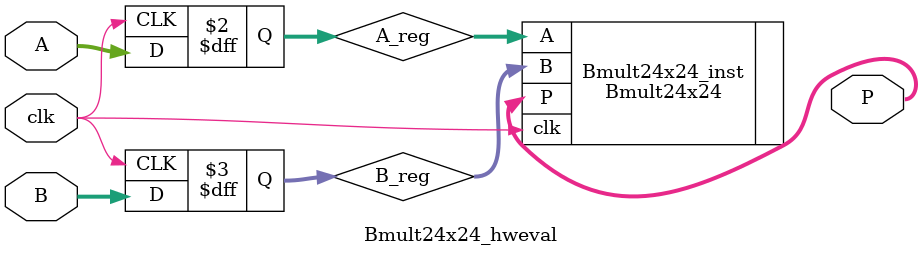
<source format=sv>
`timescale 1ns / 1ps

module Bmult24x24_hweval (
    input  logic          clk,
    input  logic [23 : 0] A,
    input  logic [23 : 0] B,
    output logic [47 : 0] P
    );

    logic [23 : 0] A_reg;
    logic [23 : 0] B_reg;

    always_ff @(posedge clk) begin
        A_reg <= A;
        B_reg <= B;
    end

    Bmult24x24 Bmult24x24_inst (
        .clk(clk  ),
        .A  (A_reg),
        .B  (B_reg),
        .P  (P    ));

endmodule
</source>
